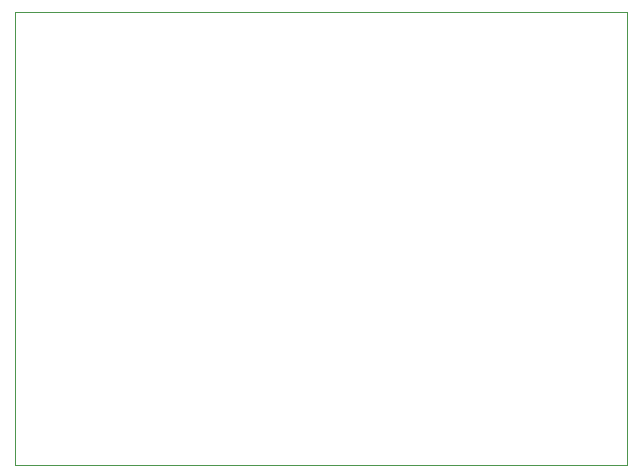
<source format=gbr>
%TF.GenerationSoftware,Altium Limited,Altium Designer,23.6.0 (18)*%
G04 Layer_Color=0*
%FSLAX45Y45*%
%MOMM*%
%TF.SameCoordinates,DCE0C1D5-9975-4D98-BEBD-45AE40CD8FD9*%
%TF.FilePolarity,Positive*%
%TF.FileFunction,Profile,NP*%
%TF.Part,Single*%
G01*
G75*
%TA.AperFunction,Profile*%
%ADD59C,0.02540*%
D59*
X2667000Y2540000D02*
X7848600D01*
Y6375400D01*
X2667000D01*
Y2540000D01*
%TF.MD5,57e72416860c637f6089b64a726aaa75*%
M02*

</source>
